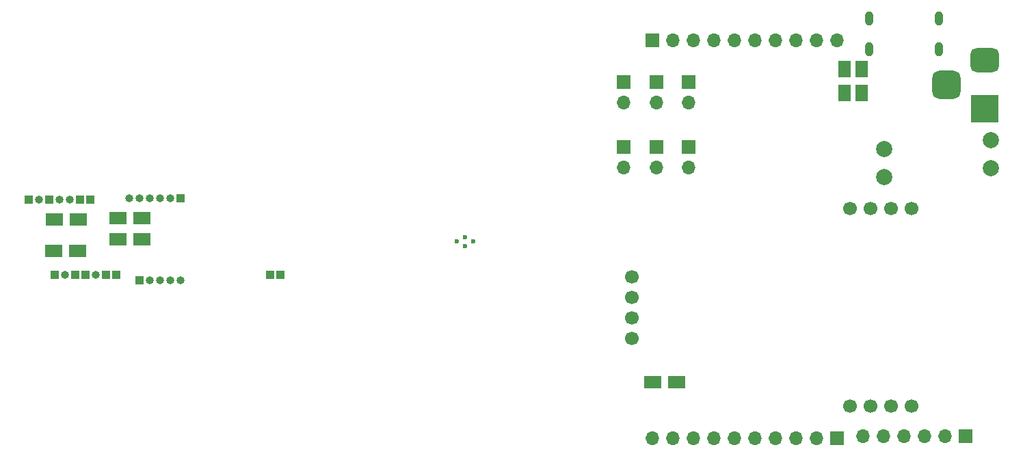
<source format=gbs>
G04 #@! TF.GenerationSoftware,KiCad,Pcbnew,(6.0.1-0)*
G04 #@! TF.CreationDate,2022-03-07T16:42:41+09:00*
G04 #@! TF.ProjectId,qLAMP-main,714c414d-502d-46d6-9169-6e2e6b696361,rev?*
G04 #@! TF.SameCoordinates,Original*
G04 #@! TF.FileFunction,Soldermask,Bot*
G04 #@! TF.FilePolarity,Negative*
%FSLAX46Y46*%
G04 Gerber Fmt 4.6, Leading zero omitted, Abs format (unit mm)*
G04 Created by KiCad (PCBNEW (6.0.1-0)) date 2022-03-07 16:42:41*
%MOMM*%
%LPD*%
G01*
G04 APERTURE LIST*
G04 Aperture macros list*
%AMRoundRect*
0 Rectangle with rounded corners*
0 $1 Rounding radius*
0 $2 $3 $4 $5 $6 $7 $8 $9 X,Y pos of 4 corners*
0 Add a 4 corners polygon primitive as box body*
4,1,4,$2,$3,$4,$5,$6,$7,$8,$9,$2,$3,0*
0 Add four circle primitives for the rounded corners*
1,1,$1+$1,$2,$3*
1,1,$1+$1,$4,$5*
1,1,$1+$1,$6,$7*
1,1,$1+$1,$8,$9*
0 Add four rect primitives between the rounded corners*
20,1,$1+$1,$2,$3,$4,$5,0*
20,1,$1+$1,$4,$5,$6,$7,0*
20,1,$1+$1,$6,$7,$8,$9,0*
20,1,$1+$1,$8,$9,$2,$3,0*%
%AMFreePoly0*
4,1,6,1.000000,0.000000,0.500000,-0.750000,-0.500000,-0.750000,-0.500000,0.750000,0.500000,0.750000,1.000000,0.000000,1.000000,0.000000,$1*%
G04 Aperture macros list end*
%ADD10C,2.000000*%
%ADD11C,0.600000*%
%ADD12R,1.700000X1.700000*%
%ADD13O,1.700000X1.700000*%
%ADD14R,3.500000X3.500000*%
%ADD15RoundRect,0.750000X-1.000000X0.750000X-1.000000X-0.750000X1.000000X-0.750000X1.000000X0.750000X0*%
%ADD16RoundRect,0.875000X-0.875000X0.875000X-0.875000X-0.875000X0.875000X-0.875000X0.875000X0.875000X0*%
%ADD17C,1.700000*%
%ADD18O,1.000000X1.800000*%
%ADD19R,1.000000X1.000000*%
%ADD20O,1.000000X1.000000*%
%ADD21R,1.500000X1.500000*%
%ADD22FreePoly0,180.000000*%
%ADD23FreePoly0,0.000000*%
%ADD24FreePoly0,90.000000*%
%ADD25FreePoly0,270.000000*%
G04 APERTURE END LIST*
D10*
X205069999Y-89680009D03*
X205069999Y-93180009D03*
D11*
X140966001Y-102270000D03*
X139966000Y-101770001D03*
X139966000Y-102870000D03*
X138965999Y-102270000D03*
D10*
X191850000Y-90800000D03*
X191850000Y-94300000D03*
D12*
X167646956Y-90579052D03*
D13*
X167646956Y-93119052D03*
D12*
X159646956Y-90579052D03*
D13*
X159646956Y-93119052D03*
D12*
X167646956Y-82479052D03*
D13*
X167646956Y-85019052D03*
D12*
X163646956Y-82479052D03*
D13*
X163646956Y-85019052D03*
D12*
X159646956Y-82479052D03*
D13*
X159646956Y-85019052D03*
D12*
X163646956Y-90579052D03*
D13*
X163646956Y-93119052D03*
D14*
X204295792Y-85809800D03*
D15*
X204295792Y-79809800D03*
D16*
X199595792Y-82809800D03*
D17*
X187611003Y-98175006D03*
X190151003Y-98175006D03*
X192691003Y-98175006D03*
X195231003Y-98175006D03*
X187611003Y-122675006D03*
X190151003Y-122675006D03*
X192691003Y-122675006D03*
X195231003Y-122675006D03*
X160611003Y-106615006D03*
X160611003Y-109155006D03*
X160611003Y-111695006D03*
X160611003Y-114235006D03*
D18*
X198608282Y-78419792D03*
X198608282Y-74619792D03*
X189968282Y-78419792D03*
X189968282Y-74619792D03*
D12*
X186001000Y-126628000D03*
D13*
X183461000Y-126628000D03*
X180921000Y-126628000D03*
X178381000Y-126628000D03*
X175841000Y-126628000D03*
X173301000Y-126628000D03*
X170761000Y-126628000D03*
X168221000Y-126628000D03*
X165681000Y-126628000D03*
X163141000Y-126628000D03*
D12*
X201946000Y-126380000D03*
D13*
X199406000Y-126380000D03*
X196866000Y-126380000D03*
X194326000Y-126380000D03*
X191786000Y-126380000D03*
X189246002Y-126380011D03*
D12*
X163141000Y-77372000D03*
D13*
X165681000Y-77372000D03*
X168221000Y-77372000D03*
X170761000Y-77372000D03*
X173301000Y-77372000D03*
X175841000Y-77372000D03*
X178381000Y-77372000D03*
X180921000Y-77372000D03*
X183461000Y-77372000D03*
X186001000Y-77372000D03*
D19*
X89155998Y-106419994D03*
X104732000Y-96888600D03*
D20*
X103462000Y-96888600D03*
X102192000Y-96888600D03*
X100922000Y-96888600D03*
X99652000Y-96888600D03*
X98382000Y-96888600D03*
D19*
X95505998Y-106419994D03*
X115876010Y-106419994D03*
X117146010Y-106419994D03*
D21*
X89416000Y-99500000D03*
X91816000Y-99500000D03*
D22*
X92616000Y-99500000D03*
D23*
X88616000Y-99500000D03*
D19*
X96775998Y-106419994D03*
X93536000Y-97110005D03*
D21*
X91726000Y-103440000D03*
X89326000Y-103440000D03*
D23*
X88526000Y-103440000D03*
D22*
X92526000Y-103440000D03*
D21*
X97283354Y-99318000D03*
X99683354Y-99318000D03*
D22*
X100483354Y-99318000D03*
D23*
X96483354Y-99318000D03*
D19*
X85916000Y-97110005D03*
D20*
X87186000Y-97110005D03*
D19*
X99652000Y-107048600D03*
D20*
X100922000Y-107048600D03*
X102192000Y-107048600D03*
X103462000Y-107048600D03*
X104732000Y-107048600D03*
D21*
X186957487Y-81190005D03*
X186957487Y-83590005D03*
D24*
X186957487Y-84390005D03*
D25*
X186957487Y-80390005D03*
D21*
X99683354Y-101969989D03*
X97283354Y-101969989D03*
D22*
X100483354Y-101969989D03*
D23*
X96483354Y-101969989D03*
D19*
X92266000Y-97110005D03*
D20*
X90996000Y-97110005D03*
D19*
X91695998Y-106419994D03*
D20*
X90425998Y-106419994D03*
D19*
X92965998Y-106419994D03*
D20*
X94235998Y-106419994D03*
D21*
X163496000Y-119680000D03*
X165896000Y-119680000D03*
D22*
X166696000Y-119680000D03*
D23*
X162696000Y-119680000D03*
D19*
X88456000Y-97110005D03*
D20*
X89726000Y-97110005D03*
D21*
X189100003Y-83590005D03*
X189100003Y-81190005D03*
D24*
X189100003Y-84390005D03*
D25*
X189100003Y-80390005D03*
M02*

</source>
